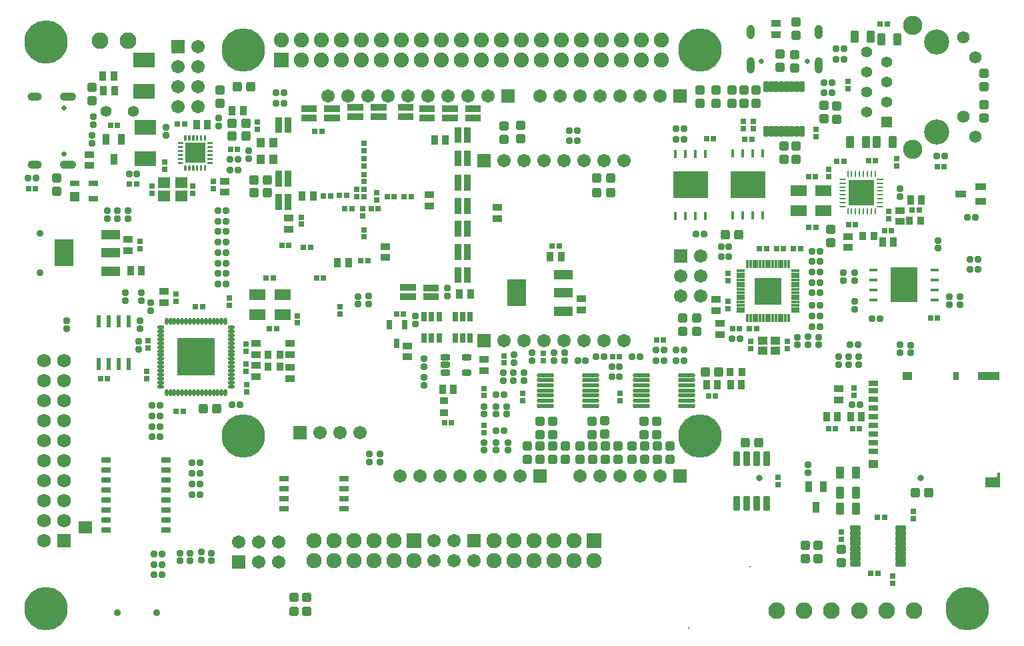
<source format=gbs>
G04*
G04 #@! TF.GenerationSoftware,Altium Limited,Altium Designer,23.11.1 (41)*
G04*
G04 Layer_Color=16711935*
%FSLAX44Y44*%
%MOMM*%
G71*
G04*
G04 #@! TF.SameCoordinates,C7E8D478-9E5C-4E13-ACBB-AA16B9FF6824*
G04*
G04*
G04 #@! TF.FilePolarity,Negative*
G04*
G01*
G75*
%ADD26R,0.8000X1.0000*%
%ADD51R,0.6000X1.5500*%
%ADD66R,0.7600X0.7600*%
%ADD67R,1.1532X0.9532*%
G04:AMPARAMS|DCode=74|XSize=0.8032mm|YSize=0.8032mm|CornerRadius=0.1616mm|HoleSize=0mm|Usage=FLASHONLY|Rotation=90.000|XOffset=0mm|YOffset=0mm|HoleType=Round|Shape=RoundedRectangle|*
%AMROUNDEDRECTD74*
21,1,0.8032,0.4800,0,0,90.0*
21,1,0.4800,0.8032,0,0,90.0*
1,1,0.3232,0.2400,0.2400*
1,1,0.3232,0.2400,-0.2400*
1,1,0.3232,-0.2400,-0.2400*
1,1,0.3232,-0.2400,0.2400*
%
%ADD74ROUNDEDRECTD74*%
%ADD75R,0.9532X1.1532*%
G04:AMPARAMS|DCode=82|XSize=0.8032mm|YSize=0.8032mm|CornerRadius=0.1616mm|HoleSize=0mm|Usage=FLASHONLY|Rotation=180.000|XOffset=0mm|YOffset=0mm|HoleType=Round|Shape=RoundedRectangle|*
%AMROUNDEDRECTD82*
21,1,0.8032,0.4800,0,0,180.0*
21,1,0.4800,0.8032,0,0,180.0*
1,1,0.3232,-0.2400,0.2400*
1,1,0.3232,0.2400,0.2400*
1,1,0.3232,0.2400,-0.2400*
1,1,0.3232,-0.2400,-0.2400*
%
%ADD82ROUNDEDRECTD82*%
%ADD83R,0.8382X1.4732*%
G04:AMPARAMS|DCode=85|XSize=1.2032mm|YSize=1.1032mm|CornerRadius=0.2141mm|HoleSize=0mm|Usage=FLASHONLY|Rotation=0.000|XOffset=0mm|YOffset=0mm|HoleType=Round|Shape=RoundedRectangle|*
%AMROUNDEDRECTD85*
21,1,1.2032,0.6750,0,0,0.0*
21,1,0.7750,1.1032,0,0,0.0*
1,1,0.4282,0.3875,-0.3375*
1,1,0.4282,-0.3875,-0.3375*
1,1,0.4282,-0.3875,0.3375*
1,1,0.4282,0.3875,0.3375*
%
%ADD85ROUNDEDRECTD85*%
%ADD87R,1.7032X1.7032*%
%ADD88C,1.7032*%
%ADD89C,0.9000*%
%ADD90C,0.8032*%
%ADD91C,0.5588*%
%ADD92C,5.5032*%
%ADD93C,1.3900*%
%ADD94C,1.9032*%
%ADD95C,2.1032*%
%ADD96C,1.9304*%
%ADD97C,1.4032*%
%ADD98C,1.7532*%
%ADD99C,1.5700*%
%ADD100R,1.7532X1.7532*%
%ADD101R,1.9032X1.9032*%
%ADD102R,1.8796X1.8796*%
%ADD103C,3.2000*%
%ADD104R,1.3900X1.3900*%
%ADD105C,2.4500*%
G04:AMPARAMS|DCode=106|XSize=1mm|YSize=1.8mm|CornerRadius=0.5mm|HoleSize=0mm|Usage=FLASHONLY|Rotation=180.000|XOffset=0mm|YOffset=0mm|HoleType=Round|Shape=RoundedRectangle|*
%AMROUNDEDRECTD106*
21,1,1.0000,0.8000,0,0,180.0*
21,1,0.0000,1.8000,0,0,180.0*
1,1,1.0000,0.0000,0.4000*
1,1,1.0000,0.0000,0.4000*
1,1,1.0000,0.0000,-0.4000*
1,1,1.0000,0.0000,-0.4000*
%
%ADD106ROUNDEDRECTD106*%
G04:AMPARAMS|DCode=107|XSize=1mm|YSize=2.1mm|CornerRadius=0.5mm|HoleSize=0mm|Usage=FLASHONLY|Rotation=180.000|XOffset=0mm|YOffset=0mm|HoleType=Round|Shape=RoundedRectangle|*
%AMROUNDEDRECTD107*
21,1,1.0000,1.1000,0,0,180.0*
21,1,0.0000,2.1000,0,0,180.0*
1,1,1.0000,0.0000,0.5500*
1,1,1.0000,0.0000,0.5500*
1,1,1.0000,0.0000,-0.5500*
1,1,1.0000,0.0000,-0.5500*
%
%ADD107ROUNDEDRECTD107*%
%ADD108C,0.6500*%
%ADD109R,1.7032X1.7032*%
%ADD110C,0.2032*%
G04:AMPARAMS|DCode=111|XSize=1mm|YSize=2.1mm|CornerRadius=0.5mm|HoleSize=0mm|Usage=FLASHONLY|Rotation=270.000|XOffset=0mm|YOffset=0mm|HoleType=Round|Shape=RoundedRectangle|*
%AMROUNDEDRECTD111*
21,1,1.0000,1.1000,0,0,270.0*
21,1,0.0000,2.1000,0,0,270.0*
1,1,1.0000,-0.5500,0.0000*
1,1,1.0000,-0.5500,0.0000*
1,1,1.0000,0.5500,0.0000*
1,1,1.0000,0.5500,0.0000*
%
%ADD111ROUNDEDRECTD111*%
G04:AMPARAMS|DCode=112|XSize=1mm|YSize=1.8mm|CornerRadius=0.5mm|HoleSize=0mm|Usage=FLASHONLY|Rotation=270.000|XOffset=0mm|YOffset=0mm|HoleType=Round|Shape=RoundedRectangle|*
%AMROUNDEDRECTD112*
21,1,1.0000,0.8000,0,0,270.0*
21,1,0.0000,1.8000,0,0,270.0*
1,1,1.0000,-0.4000,0.0000*
1,1,1.0000,-0.4000,0.0000*
1,1,1.0000,0.4000,0.0000*
1,1,1.0000,0.4000,0.0000*
%
%ADD112ROUNDEDRECTD112*%
%ADD143R,1.2700X0.7600*%
G04:AMPARAMS|DCode=149|XSize=0.8078mm|YSize=0.2393mm|CornerRadius=0.1196mm|HoleSize=0mm|Usage=FLASHONLY|Rotation=180.000|XOffset=0mm|YOffset=0mm|HoleType=Round|Shape=RoundedRectangle|*
%AMROUNDEDRECTD149*
21,1,0.8078,0.0000,0,0,180.0*
21,1,0.5686,0.2393,0,0,180.0*
1,1,0.2393,-0.2843,0.0000*
1,1,0.2393,0.2843,0.0000*
1,1,0.2393,0.2843,0.0000*
1,1,0.2393,-0.2843,0.0000*
%
%ADD149ROUNDEDRECTD149*%
G04:AMPARAMS|DCode=150|XSize=0.2393mm|YSize=0.8078mm|CornerRadius=0.1196mm|HoleSize=0mm|Usage=FLASHONLY|Rotation=180.000|XOffset=0mm|YOffset=0mm|HoleType=Round|Shape=RoundedRectangle|*
%AMROUNDEDRECTD150*
21,1,0.2393,0.5686,0,0,180.0*
21,1,0.0000,0.8078,0,0,180.0*
1,1,0.2393,0.0000,0.2843*
1,1,0.2393,0.0000,0.2843*
1,1,0.2393,0.0000,-0.2843*
1,1,0.2393,0.0000,-0.2843*
%
%ADD150ROUNDEDRECTD150*%
%ADD151R,3.2000X3.2000*%
%ADD152R,4.4000X3.5000*%
G04:AMPARAMS|DCode=153|XSize=1.0611mm|YSize=0.3925mm|CornerRadius=0.1962mm|HoleSize=0mm|Usage=FLASHONLY|Rotation=90.000|XOffset=0mm|YOffset=0mm|HoleType=Round|Shape=RoundedRectangle|*
%AMROUNDEDRECTD153*
21,1,1.0611,0.0000,0,0,90.0*
21,1,0.6686,0.3925,0,0,90.0*
1,1,0.3925,0.0000,0.3343*
1,1,0.3925,0.0000,-0.3343*
1,1,0.3925,0.0000,-0.3343*
1,1,0.3925,0.0000,0.3343*
%
%ADD153ROUNDEDRECTD153*%
%ADD154R,3.5000X4.4000*%
G04:AMPARAMS|DCode=155|XSize=1.0611mm|YSize=0.3925mm|CornerRadius=0.1962mm|HoleSize=0mm|Usage=FLASHONLY|Rotation=0.000|XOffset=0mm|YOffset=0mm|HoleType=Round|Shape=RoundedRectangle|*
%AMROUNDEDRECTD155*
21,1,1.0611,0.0000,0,0,0.0*
21,1,0.6686,0.3925,0,0,0.0*
1,1,0.3925,0.3343,0.0000*
1,1,0.3925,-0.3343,0.0000*
1,1,0.3925,-0.3343,0.0000*
1,1,0.3925,0.3343,0.0000*
%
%ADD155ROUNDEDRECTD155*%
%ADD156R,2.8000X1.0000*%
%ADD157R,1.2000X1.0000*%
%ADD161C,1.1447*%
%ADD162R,1.2000X0.7000*%
%ADD166R,1.1000X1.3000*%
%ADD167R,2.5000X2.5000*%
%ADD176R,0.3925X1.0611*%
%ADD177R,1.0611X0.3925*%
%ADD178R,0.8078X0.2393*%
%ADD179C,0.2520*%
%ADD185R,1.8000X1.6000*%
%ADD186R,2.1032X1.4032*%
G04:AMPARAMS|DCode=187|XSize=1.2032mm|YSize=1.1032mm|CornerRadius=0.2141mm|HoleSize=0mm|Usage=FLASHONLY|Rotation=90.000|XOffset=0mm|YOffset=0mm|HoleType=Round|Shape=RoundedRectangle|*
%AMROUNDEDRECTD187*
21,1,1.2032,0.6750,0,0,90.0*
21,1,0.7750,1.1032,0,0,90.0*
1,1,0.4282,0.3375,0.3875*
1,1,0.4282,0.3375,-0.3875*
1,1,0.4282,-0.3375,-0.3875*
1,1,0.4282,-0.3375,0.3875*
%
%ADD187ROUNDEDRECTD187*%
%ADD188R,0.5032X0.8532*%
%ADD189R,0.7600X0.7600*%
G04:AMPARAMS|DCode=190|XSize=0.6032mm|YSize=1.4032mm|CornerRadius=0.1516mm|HoleSize=0mm|Usage=FLASHONLY|Rotation=90.000|XOffset=0mm|YOffset=0mm|HoleType=Round|Shape=RoundedRectangle|*
%AMROUNDEDRECTD190*
21,1,0.6032,1.1000,0,0,90.0*
21,1,0.3000,1.4032,0,0,90.0*
1,1,0.3032,0.5500,0.1500*
1,1,0.3032,0.5500,-0.1500*
1,1,0.3032,-0.5500,-0.1500*
1,1,0.3032,-0.5500,0.1500*
%
%ADD190ROUNDEDRECTD190*%
G04:AMPARAMS|DCode=191|XSize=1.5032mm|YSize=1.0032mm|CornerRadius=0.2016mm|HoleSize=0mm|Usage=FLASHONLY|Rotation=90.000|XOffset=0mm|YOffset=0mm|HoleType=Round|Shape=RoundedRectangle|*
%AMROUNDEDRECTD191*
21,1,1.5032,0.6000,0,0,90.0*
21,1,1.1000,1.0032,0,0,90.0*
1,1,0.4032,0.3000,0.5500*
1,1,0.4032,0.3000,-0.5500*
1,1,0.4032,-0.3000,-0.5500*
1,1,0.4032,-0.3000,0.5500*
%
%ADD191ROUNDEDRECTD191*%
%ADD192R,0.8032X1.2032*%
G04:AMPARAMS|DCode=193|XSize=1.2532mm|YSize=0.8032mm|CornerRadius=0.2516mm|HoleSize=0mm|Usage=FLASHONLY|Rotation=180.000|XOffset=0mm|YOffset=0mm|HoleType=Round|Shape=RoundedRectangle|*
%AMROUNDEDRECTD193*
21,1,1.2532,0.3000,0,0,180.0*
21,1,0.7500,0.8032,0,0,180.0*
1,1,0.5032,-0.3750,0.1500*
1,1,0.5032,0.3750,0.1500*
1,1,0.5032,0.3750,-0.1500*
1,1,0.5032,-0.3750,-0.1500*
%
%ADD193ROUNDEDRECTD193*%
%ADD194O,2.2032X0.5532*%
G04:AMPARAMS|DCode=195|XSize=0.6032mm|YSize=1.4032mm|CornerRadius=0.1516mm|HoleSize=0mm|Usage=FLASHONLY|Rotation=180.000|XOffset=0mm|YOffset=0mm|HoleType=Round|Shape=RoundedRectangle|*
%AMROUNDEDRECTD195*
21,1,0.6032,1.1000,0,0,180.0*
21,1,0.3000,1.4032,0,0,180.0*
1,1,0.3032,-0.1500,0.5500*
1,1,0.3032,0.1500,0.5500*
1,1,0.3032,0.1500,-0.5500*
1,1,0.3032,-0.1500,-0.5500*
%
%ADD195ROUNDEDRECTD195*%
%ADD196R,1.4032X0.8532*%
%ADD197R,3.4032X3.4032*%
%ADD198R,0.4032X1.0532*%
%ADD199R,1.1532X1.0032*%
%ADD200R,0.8532X1.4032*%
%ADD201R,2.3532X1.2032*%
G04:AMPARAMS|DCode=202|XSize=0.8532mm|YSize=1.8532mm|CornerRadius=0.1504mm|HoleSize=0mm|Usage=FLASHONLY|Rotation=0.000|XOffset=0mm|YOffset=0mm|HoleType=Round|Shape=RoundedRectangle|*
%AMROUNDEDRECTD202*
21,1,0.8532,1.5525,0,0,0.0*
21,1,0.5525,1.8532,0,0,0.0*
1,1,0.3007,0.2763,-0.7763*
1,1,0.3007,-0.2763,-0.7763*
1,1,0.3007,-0.2763,0.7763*
1,1,0.3007,0.2763,0.7763*
%
%ADD202ROUNDEDRECTD202*%
%ADD203R,1.6032X1.4032*%
%ADD204R,1.2032X1.2032*%
%ADD205O,0.9532X0.4532*%
%ADD206R,4.7032X4.7032*%
%ADD207O,0.4532X0.9532*%
%ADD208R,0.8532X0.5032*%
%ADD209R,0.8432X1.1232*%
%ADD210R,2.3532X3.4532*%
%ADD211R,1.0532X0.4032*%
%ADD212R,2.7032X1.9032*%
%ADD213R,1.2032X0.8032*%
%ADD214R,1.1232X0.8432*%
G36*
X633280Y887807D02*
X633674Y887413D01*
X633887Y886898D01*
Y886620D01*
Y886341D01*
X633674Y885827D01*
X633280Y885433D01*
X632766Y885220D01*
X626987D01*
Y888020D01*
X632766D01*
X633280Y887807D01*
D02*
G37*
G36*
X632487Y893020D02*
X632766D01*
X633280Y892807D01*
X633674Y892413D01*
X633887Y891898D01*
Y891620D01*
Y891341D01*
X633674Y890827D01*
X633280Y890433D01*
X632766Y890220D01*
X626987D01*
Y893020D01*
X632487D01*
Y893020D01*
D02*
G37*
G36*
X633280Y897807D02*
X633674Y897413D01*
X633887Y896898D01*
Y896620D01*
Y896341D01*
X633674Y895827D01*
X633280Y895433D01*
X632766Y895220D01*
X626987D01*
Y898020D01*
X632766D01*
X633280Y897807D01*
D02*
G37*
G36*
X637556Y883532D02*
X637949Y883138D01*
X638162Y882624D01*
Y882345D01*
Y876845D01*
X635363D01*
Y882345D01*
Y882624D01*
X635576Y883138D01*
X635970Y883532D01*
X636484Y883745D01*
X637041D01*
X637556Y883532D01*
D02*
G37*
G36*
X642555D02*
X642949Y883138D01*
X643163Y882624D01*
Y882345D01*
X643163Y876845D01*
X640362D01*
Y882345D01*
Y882624D01*
X640576Y883138D01*
X640969Y883532D01*
X641484Y883745D01*
X642041D01*
X642555Y883532D01*
D02*
G37*
G36*
X647556D02*
X647949Y883138D01*
X648163Y882624D01*
Y882345D01*
Y876845D01*
X645362D01*
Y882345D01*
Y882624D01*
X645576Y883138D01*
X645969Y883532D01*
X646484Y883745D01*
X647041D01*
X647556Y883532D01*
D02*
G37*
G36*
X633280Y902807D02*
X633674Y902413D01*
X633887Y901898D01*
Y901620D01*
Y901341D01*
X633674Y900827D01*
X633280Y900433D01*
X632766Y900220D01*
X626987D01*
Y903020D01*
X632766D01*
X633280Y902807D01*
D02*
G37*
G36*
Y907807D02*
X633674Y907413D01*
X633887Y906898D01*
Y906620D01*
Y906341D01*
X633674Y905827D01*
X633280Y905433D01*
X632766Y905220D01*
X632487D01*
X626987Y905220D01*
Y908020D01*
X632766D01*
X633280Y907807D01*
D02*
G37*
G36*
Y912807D02*
X633674Y912413D01*
X633887Y911898D01*
Y911620D01*
Y911341D01*
X633674Y910827D01*
X633280Y910433D01*
X632766Y910220D01*
X626987D01*
Y913020D01*
X632766D01*
X633280Y912807D01*
D02*
G37*
G36*
X638162Y915895D02*
Y915617D01*
X637949Y915102D01*
X637556Y914708D01*
X637041Y914495D01*
X636484D01*
X635970Y914708D01*
X635576Y915102D01*
X635363Y915617D01*
Y915895D01*
Y921395D01*
X638162D01*
Y915895D01*
D02*
G37*
G36*
X643163D02*
X643163D01*
Y915617D01*
X642949Y915102D01*
X642555Y914708D01*
X642041Y914495D01*
X641484D01*
X640969Y914708D01*
X640576Y915102D01*
X640362Y915617D01*
Y915895D01*
Y921395D01*
X643163D01*
Y915895D01*
D02*
G37*
G36*
X648163D02*
Y915617D01*
X647949Y915102D01*
X647556Y914708D01*
X647041Y914495D01*
X646484D01*
X645969Y914708D01*
X645576Y915102D01*
X645362Y915617D01*
Y915895D01*
Y921395D01*
X648163D01*
Y915895D01*
D02*
G37*
G36*
X663163D02*
Y915617D01*
X662949Y915102D01*
X662555Y914708D01*
X662041Y914495D01*
X661484D01*
X660969Y914708D01*
X660576Y915102D01*
X660362Y915617D01*
Y915895D01*
Y921395D01*
X663163D01*
Y915895D01*
D02*
G37*
G36*
X658163D02*
Y915617D01*
X657949Y915102D01*
X657556Y914708D01*
X657041Y914495D01*
X656484D01*
X655969Y914708D01*
X655576Y915102D01*
X655362Y915617D01*
Y915895D01*
X655362Y921395D01*
X658163D01*
Y915895D01*
D02*
G37*
G36*
X653163D02*
Y915617D01*
X652949Y915102D01*
X652555Y914708D01*
X652041Y914495D01*
X651484D01*
X650969Y914708D01*
X650576Y915102D01*
X650362Y915617D01*
Y915895D01*
Y921395D01*
X653163D01*
Y915895D01*
D02*
G37*
G36*
X671537Y910220D02*
X665759D01*
X665245Y910433D01*
X664851Y910827D01*
X664638Y911341D01*
Y911620D01*
Y911898D01*
X664851Y912413D01*
X665245Y912807D01*
X665759Y913020D01*
X671537D01*
Y910220D01*
D02*
G37*
G36*
Y905220D02*
X666038D01*
Y905220D01*
X665759D01*
X665245Y905433D01*
X664851Y905827D01*
X664638Y906341D01*
Y906620D01*
Y906898D01*
X664851Y907413D01*
X665245Y907807D01*
X665759Y908020D01*
X671537D01*
Y905220D01*
D02*
G37*
G36*
Y900220D02*
X665759D01*
X665245Y900433D01*
X664851Y900827D01*
X664638Y901341D01*
Y901620D01*
Y901898D01*
X664851Y902413D01*
X665245Y902807D01*
X665759Y903020D01*
X671537D01*
Y900220D01*
D02*
G37*
G36*
Y895220D02*
X665759D01*
X665245Y895433D01*
X664851Y895827D01*
X664638Y896341D01*
Y896620D01*
Y896898D01*
X664851Y897413D01*
X665245Y897807D01*
X665759Y898020D01*
X671537D01*
Y895220D01*
D02*
G37*
G36*
Y890220D02*
X665759D01*
X665245Y890433D01*
X664851Y890827D01*
X664638Y891341D01*
Y891620D01*
Y891898D01*
X664851Y892413D01*
X665245Y892807D01*
X665759Y893020D01*
X666038D01*
X671537Y893020D01*
Y890220D01*
D02*
G37*
G36*
Y885220D02*
X665759D01*
X665245Y885433D01*
X664851Y885827D01*
X664638Y886341D01*
Y886620D01*
Y886898D01*
X664851Y887413D01*
X665245Y887807D01*
X665759Y888020D01*
X671537D01*
Y885220D01*
D02*
G37*
G36*
X662555Y883532D02*
X662949Y883138D01*
X663163Y882624D01*
Y882345D01*
Y876845D01*
X660362D01*
Y882345D01*
Y882624D01*
X660576Y883138D01*
X660969Y883532D01*
X661484Y883745D01*
X662041D01*
X662555Y883532D01*
D02*
G37*
G36*
X657556D02*
X657949Y883138D01*
X658163Y882624D01*
Y882345D01*
Y876845D01*
X655362D01*
Y882345D01*
X655362D01*
Y882624D01*
X655576Y883138D01*
X655969Y883532D01*
X656484Y883745D01*
X657041D01*
X657556Y883532D01*
D02*
G37*
G36*
X652555D02*
X652949Y883138D01*
X653163Y882624D01*
Y882345D01*
Y876845D01*
X650362D01*
Y882345D01*
Y882624D01*
X650576Y883138D01*
X650969Y883532D01*
X651484Y883745D01*
X652041D01*
X652555Y883532D01*
D02*
G37*
G36*
X1671350Y474346D02*
X1652350D01*
Y487346D01*
X1666350D01*
X1667850Y488846D01*
Y492846D01*
X1671350D01*
Y474346D01*
D02*
G37*
D26*
X1615850Y615846D02*
D03*
D51*
X527050Y684860D02*
D03*
X539750D02*
D03*
X552450D02*
D03*
X565150D02*
D03*
X552450Y630860D02*
D03*
X527050D02*
D03*
X539750D02*
D03*
X565150D02*
D03*
D66*
X1470000Y417600D02*
D03*
Y408400D02*
D03*
X1540000Y891600D02*
D03*
Y882400D02*
D03*
X1453725Y869139D02*
D03*
Y878339D02*
D03*
X728000Y938600D02*
D03*
Y929400D02*
D03*
X864000Y862730D02*
D03*
Y871930D02*
D03*
Y843400D02*
D03*
Y852600D02*
D03*
X854000Y843400D02*
D03*
Y852600D02*
D03*
X861963Y819360D02*
D03*
Y828560D02*
D03*
X1065324Y584600D02*
D03*
X1188720Y584680D02*
D03*
X1478280Y990120D02*
D03*
X1437640Y929160D02*
D03*
X1357652Y939320D02*
D03*
X1345473D02*
D03*
X1530350Y825020D02*
D03*
X880000Y839400D02*
D03*
X1485900Y600776D02*
D03*
X1401587Y659920D02*
D03*
X1354370Y650720D02*
D03*
X1561000Y443600D02*
D03*
X1535000Y352400D02*
D03*
X1389380Y478000D02*
D03*
X1325880Y737080D02*
D03*
Y701520D02*
D03*
X864000Y902400D02*
D03*
Y891600D02*
D03*
Y801600D02*
D03*
X784000Y808480D02*
D03*
X610870Y878050D02*
D03*
X672467Y853534D02*
D03*
X646430Y856770D02*
D03*
X594795Y847570D02*
D03*
X579000Y786600D02*
D03*
X833000Y704200D02*
D03*
X779331Y683177D02*
D03*
X693000Y714600D02*
D03*
X714000Y647400D02*
D03*
Y622000D02*
D03*
X715000Y595800D02*
D03*
X625000Y719600D02*
D03*
X589000Y660600D02*
D03*
X588000Y612400D02*
D03*
X1485900Y591576D02*
D03*
X1530350Y815820D02*
D03*
X1478280Y980920D02*
D03*
X693000Y705400D02*
D03*
X589000Y651400D02*
D03*
X715000Y605000D02*
D03*
X588000Y621600D02*
D03*
X1016000Y544196D02*
D03*
X784000Y817679D02*
D03*
X880000Y848600D02*
D03*
X1016000Y590945D02*
D03*
X1091578Y635480D02*
D03*
X1041400Y641585D02*
D03*
X625000Y710400D02*
D03*
X864000Y792400D02*
D03*
Y911600D02*
D03*
Y882400D02*
D03*
X1389380Y487200D02*
D03*
X1325880Y710720D02*
D03*
Y746280D02*
D03*
X1016000Y553396D02*
D03*
X1091578Y644680D02*
D03*
X1016000Y600144D02*
D03*
X1041400Y632385D02*
D03*
X779331Y692377D02*
D03*
X1401587Y650720D02*
D03*
X1354370Y659920D02*
D03*
X833000Y695000D02*
D03*
X1345473Y930120D02*
D03*
X1357652D02*
D03*
X1437640Y919960D02*
D03*
X579000Y777400D02*
D03*
X1561000Y434400D02*
D03*
X1535000Y361600D02*
D03*
X1065324Y593800D02*
D03*
X1188720Y593880D02*
D03*
X714000Y656600D02*
D03*
Y631200D02*
D03*
X646430Y847570D02*
D03*
X594795Y856770D02*
D03*
X610870Y887250D02*
D03*
X672467Y862735D02*
D03*
D67*
X1016000Y636920D02*
D03*
X919000Y640000D02*
D03*
X1386840Y1049640D02*
D03*
X1544320Y826150D02*
D03*
X947000Y846000D02*
D03*
X1033000Y830000D02*
D03*
X1478280Y779130D02*
D03*
X1466850Y599578D02*
D03*
X890730Y766290D02*
D03*
X1310640Y699120D02*
D03*
X1315720Y668640D02*
D03*
X1140000Y714000D02*
D03*
X768000Y802482D02*
D03*
X514682Y883270D02*
D03*
X686816Y849488D02*
D03*
X564000Y789000D02*
D03*
X769620Y657240D02*
D03*
X726440Y615300D02*
D03*
Y643240D02*
D03*
X769620Y612760D02*
D03*
X610000Y723000D02*
D03*
X1466850Y585578D02*
D03*
X1544320Y812150D02*
D03*
X947000Y832000D02*
D03*
X1478280Y793130D02*
D03*
X768000Y816481D02*
D03*
X1033000Y816000D02*
D03*
X769620Y626760D02*
D03*
Y643240D02*
D03*
X1140000Y700000D02*
D03*
X1310640Y713120D02*
D03*
X890730Y780290D02*
D03*
X919000Y654000D02*
D03*
X1315720Y682640D02*
D03*
X1386840Y1063640D02*
D03*
X564000Y775000D02*
D03*
X1016000Y622920D02*
D03*
X610000Y709000D02*
D03*
X726440Y657240D02*
D03*
Y629300D02*
D03*
X686816Y863488D02*
D03*
X514682Y897270D02*
D03*
D74*
X1633000Y751000D02*
D03*
X1643000D02*
D03*
X1124590Y927689D02*
D03*
X1134590D02*
D03*
Y914400D02*
D03*
X1124590D02*
D03*
X1178165Y627968D02*
D03*
X1158320Y640080D02*
D03*
X1269920Y635351D02*
D03*
Y648639D02*
D03*
X1473120Y1017952D02*
D03*
X1601000Y895000D02*
D03*
X703500Y877392D02*
D03*
X565230Y872364D02*
D03*
X447000Y867000D02*
D03*
X1643000Y764000D02*
D03*
X1633000D02*
D03*
X1640000Y817000D02*
D03*
X1630000D02*
D03*
X688345Y732766D02*
D03*
X678345D02*
D03*
Y746055D02*
D03*
X688345D02*
D03*
X678345Y759343D02*
D03*
X688345D02*
D03*
X678345Y772632D02*
D03*
X688345D02*
D03*
X678505Y785920D02*
D03*
X688505D02*
D03*
X678345Y799209D02*
D03*
X688345D02*
D03*
X678345Y812497D02*
D03*
X688345D02*
D03*
X678345Y825786D02*
D03*
X688345D02*
D03*
X604440Y578399D02*
D03*
X594440D02*
D03*
X604440Y565110D02*
D03*
X594440D02*
D03*
X604440Y551768D02*
D03*
X594440D02*
D03*
X604440Y538480D02*
D03*
X594440D02*
D03*
X655320Y505460D02*
D03*
X645320D02*
D03*
X655240Y492172D02*
D03*
X645240D02*
D03*
X655320Y478883D02*
D03*
X645320D02*
D03*
X655240Y464820D02*
D03*
X645240D02*
D03*
X607060Y363220D02*
D03*
X597060D02*
D03*
X606980Y376508D02*
D03*
X596980D02*
D03*
X606980Y389797D02*
D03*
X596980D02*
D03*
X1490900Y656035D02*
D03*
X1480900D02*
D03*
X1493440Y579120D02*
D03*
X1483440D02*
D03*
X1591000Y895000D02*
D03*
X1168320Y640080D02*
D03*
X1442640Y761226D02*
D03*
X1432640D02*
D03*
X703500Y890680D02*
D03*
X693500D02*
D03*
X1518840Y688366D02*
D03*
X1442640Y692057D02*
D03*
X1285320Y796306D02*
D03*
X1259920Y929640D02*
D03*
Y916234D02*
D03*
X751920Y962072D02*
D03*
X1331040Y662906D02*
D03*
X1031320Y546810D02*
D03*
X1234520Y648639D02*
D03*
X1031320Y592530D02*
D03*
X1442640Y678768D02*
D03*
X1259920Y648639D02*
D03*
X1204040Y640351D02*
D03*
X1508840Y688366D02*
D03*
X1341040Y662906D02*
D03*
X761920Y975360D02*
D03*
X751920D02*
D03*
X761920Y962072D02*
D03*
X1317070Y780368D02*
D03*
X1327070D02*
D03*
X1442640Y774514D02*
D03*
X1432640D02*
D03*
X1317150Y767080D02*
D03*
X1327150D02*
D03*
X1442640Y747937D02*
D03*
X1432640D02*
D03*
X1442560Y734649D02*
D03*
X1432560D02*
D03*
X1269920Y916234D02*
D03*
X1442560Y721360D02*
D03*
X1432560D02*
D03*
X1442640Y705346D02*
D03*
X1432640D02*
D03*
X1269920Y929640D02*
D03*
X1432640Y692057D02*
D03*
X1295320Y796306D02*
D03*
X1432640Y678768D02*
D03*
X1473120Y1031240D02*
D03*
X1463120D02*
D03*
Y1017952D02*
D03*
X1447880Y975360D02*
D03*
X1457880D02*
D03*
X1447880Y988649D02*
D03*
X1457880D02*
D03*
X1244520Y648639D02*
D03*
X1234600Y635351D02*
D03*
X1244600D02*
D03*
X1259920D02*
D03*
X1214040Y640351D02*
D03*
X1145031Y635472D02*
D03*
X1135032D02*
D03*
X1178165Y614680D02*
D03*
X1188165D02*
D03*
Y627968D02*
D03*
X1041320Y546810D02*
D03*
Y592530D02*
D03*
X696040Y579120D02*
D03*
X706040D02*
D03*
X575230Y872364D02*
D03*
X693500Y877392D02*
D03*
X437000Y867000D02*
D03*
D75*
X798958Y844836D02*
D03*
X784958D02*
D03*
X977280Y598869D02*
D03*
X1312645Y604496D02*
D03*
X1557640Y839470D02*
D03*
X967120Y915670D02*
D03*
X1536080Y785760D02*
D03*
X1343040Y604496D02*
D03*
X1481440Y563880D02*
D03*
X1450960D02*
D03*
X1114000Y767000D02*
D03*
X998870Y719563D02*
D03*
X710100Y953180D02*
D03*
X664860Y934720D02*
D03*
X532100Y996950D02*
D03*
X532750Y977900D02*
D03*
X829921Y760000D02*
D03*
X581000Y750000D02*
D03*
X1571640Y839470D02*
D03*
X1522080Y785760D02*
D03*
X1100000Y767000D02*
D03*
X843921Y760000D02*
D03*
X984870Y719563D02*
D03*
X1464960Y563880D02*
D03*
X1495440D02*
D03*
X953120Y915670D02*
D03*
X567000Y750000D02*
D03*
X1329040Y604496D02*
D03*
X1298645Y604496D02*
D03*
X963280Y598869D02*
D03*
X696100Y953180D02*
D03*
X650860Y934720D02*
D03*
X546100Y996950D02*
D03*
X546750Y977900D02*
D03*
D82*
X1593000Y778000D02*
D03*
Y788000D02*
D03*
X593000Y699000D02*
D03*
Y709000D02*
D03*
X929000Y692000D02*
D03*
Y682000D02*
D03*
X940000Y604000D02*
D03*
X1031240Y521490D02*
D03*
X1016000D02*
D03*
X1031240Y567210D02*
D03*
X1016000Y567290D02*
D03*
X1053512Y609680D02*
D03*
X1040223D02*
D03*
X1118188Y635472D02*
D03*
X1076960D02*
D03*
X1544320Y843360D02*
D03*
X1427480Y502840D02*
D03*
X716788Y901907D02*
D03*
X520000Y945000D02*
D03*
X486000Y676000D02*
D03*
Y686000D02*
D03*
X560796Y721608D02*
D03*
X560796Y711608D02*
D03*
X580810Y711280D02*
D03*
Y721280D02*
D03*
X550592Y825565D02*
D03*
Y815565D02*
D03*
X563880Y825420D02*
D03*
Y815420D02*
D03*
X537303Y825565D02*
D03*
Y815565D02*
D03*
X969556Y717630D02*
D03*
Y727630D02*
D03*
X884000Y517000D02*
D03*
Y507000D02*
D03*
X870000Y517000D02*
D03*
Y507000D02*
D03*
X579120Y675720D02*
D03*
Y685720D02*
D03*
X1466850Y640000D02*
D03*
Y630000D02*
D03*
X1479550Y640000D02*
D03*
Y630000D02*
D03*
X1492250Y640000D02*
D03*
Y630000D02*
D03*
X1544320Y655240D02*
D03*
Y645240D02*
D03*
X1558290Y645160D02*
D03*
Y655160D02*
D03*
X1544320Y853360D02*
D03*
X630000Y391000D02*
D03*
Y381000D02*
D03*
X643000Y391000D02*
D03*
Y381000D02*
D03*
X657000Y392000D02*
D03*
Y382000D02*
D03*
X670000Y381000D02*
D03*
Y391000D02*
D03*
X1487186Y710263D02*
D03*
Y700263D02*
D03*
X716788Y891907D02*
D03*
X1016000Y531490D02*
D03*
X1487170Y746680D02*
D03*
X1016000Y577290D02*
D03*
X1104900Y635472D02*
D03*
X869259Y717062D02*
D03*
X855971Y716982D02*
D03*
X1054134Y642969D02*
D03*
X1607114Y706200D02*
D03*
X1472635Y746765D02*
D03*
X1414321Y655320D02*
D03*
X1076960Y645472D02*
D03*
X1620520Y706200D02*
D03*
X1440898Y655320D02*
D03*
X1040223Y619680D02*
D03*
X1427609Y655480D02*
D03*
X940000Y614000D02*
D03*
X1427480Y492840D02*
D03*
X855971Y706982D02*
D03*
X869259Y707062D02*
D03*
X1472635Y736765D02*
D03*
X1487170Y736680D02*
D03*
X1620520Y716200D02*
D03*
X1607114D02*
D03*
X1414321Y665320D02*
D03*
X1440898D02*
D03*
X1427609Y665480D02*
D03*
X1118188Y645472D02*
D03*
X1104900D02*
D03*
X1066800Y619680D02*
D03*
Y609680D02*
D03*
X1054134Y632969D02*
D03*
X1031240Y577210D02*
D03*
X1053512Y619680D02*
D03*
X1044529Y567210D02*
D03*
Y577210D02*
D03*
X1031240Y531490D02*
D03*
X1046480Y521490D02*
D03*
Y531490D02*
D03*
X940000Y638000D02*
D03*
Y628000D02*
D03*
X577810Y650105D02*
D03*
Y660105D02*
D03*
X679450Y933610D02*
D03*
Y943610D02*
D03*
X612024Y921869D02*
D03*
Y931869D02*
D03*
X520000Y935000D02*
D03*
X517821Y911174D02*
D03*
Y921173D02*
D03*
D83*
X514119Y424000D02*
D03*
X505881D02*
D03*
D85*
X1041000Y916500D02*
D03*
Y933500D02*
D03*
X1063000Y917000D02*
D03*
Y934000D02*
D03*
X1087200Y558679D02*
D03*
X1103219D02*
D03*
X1153240D02*
D03*
X1169258Y558800D02*
D03*
X1219200Y558679D02*
D03*
X1235219D02*
D03*
X1463819Y958460D02*
D03*
X1412240Y1048140D02*
D03*
X1410415Y1024040D02*
D03*
X1391920Y1024500D02*
D03*
X1330960Y961780D02*
D03*
X680832Y978780D02*
D03*
X518000Y982500D02*
D03*
X473710Y850020D02*
D03*
X1268000Y689500D02*
D03*
Y672500D02*
D03*
X1651000Y960500D02*
D03*
Y943500D02*
D03*
Y1000500D02*
D03*
Y983500D02*
D03*
X1456690Y802250D02*
D03*
Y785250D02*
D03*
X1286000Y689500D02*
D03*
Y672500D02*
D03*
X680832Y961780D02*
D03*
X1138000Y526660D02*
D03*
X1203960D02*
D03*
X1119237D02*
D03*
X1186056D02*
D03*
X774700Y317382D02*
D03*
X1424161Y383930D02*
D03*
X791090Y317382D02*
D03*
X1470000Y378500D02*
D03*
X1440180Y383930D02*
D03*
X1252016Y526660D02*
D03*
X1087200D02*
D03*
X1440180Y400930D02*
D03*
X1290320Y978780D02*
D03*
Y961780D02*
D03*
X1447800Y959731D02*
D03*
Y942730D02*
D03*
X1463819Y941460D02*
D03*
X1361440Y978780D02*
D03*
Y961780D02*
D03*
X1412240Y1065140D02*
D03*
X1310640Y961780D02*
D03*
Y978780D02*
D03*
X1410415Y1007040D02*
D03*
X1397000Y890660D02*
D03*
Y907660D02*
D03*
X1391920Y1007500D02*
D03*
X1330960Y978780D02*
D03*
X1412240Y890660D02*
D03*
Y907660D02*
D03*
X1346200Y978780D02*
D03*
Y961780D02*
D03*
X1235219Y541679D02*
D03*
X1219200D02*
D03*
X1219979Y509660D02*
D03*
Y526660D02*
D03*
X1235997Y509660D02*
D03*
Y526660D02*
D03*
X1203960Y509660D02*
D03*
X1252016D02*
D03*
X1470000Y395500D02*
D03*
X1087200Y541679D02*
D03*
X1103219D02*
D03*
X1169258Y541800D02*
D03*
X1153240Y541679D02*
D03*
X1087200Y509660D02*
D03*
X1103219D02*
D03*
Y526660D02*
D03*
X1170037Y509660D02*
D03*
Y526660D02*
D03*
X1154018Y509660D02*
D03*
Y526660D02*
D03*
X1138000Y509660D02*
D03*
X1186056D02*
D03*
X1071181D02*
D03*
Y526660D02*
D03*
X1119237Y509660D02*
D03*
X791090Y334382D02*
D03*
X1424161Y400930D02*
D03*
X774700Y334382D02*
D03*
X518000Y965500D02*
D03*
X473710Y867020D02*
D03*
D87*
X1086800Y489200D02*
D03*
X782320Y543560D02*
D03*
X704850Y379730D02*
D03*
X1046160Y971800D02*
D03*
X1264600Y489200D02*
D03*
X1016000Y889000D02*
D03*
X1003300Y406400D02*
D03*
X1264600Y971800D02*
D03*
X1016000Y660400D02*
D03*
D88*
X1010600Y489200D02*
D03*
X909000D02*
D03*
X934400D02*
D03*
X985200D02*
D03*
X959800D02*
D03*
X1036000D02*
D03*
X1061400D02*
D03*
X1193800Y889000D02*
D03*
X893760Y971800D02*
D03*
X1291400Y717300D02*
D03*
X1193800Y660400D02*
D03*
X858520Y543560D02*
D03*
X755650Y405130D02*
D03*
X652780Y1033780D02*
D03*
X755650Y379730D02*
D03*
X652780Y1008380D02*
D03*
Y982980D02*
D03*
X1168400Y660400D02*
D03*
X1291400Y768100D02*
D03*
X704850Y405130D02*
D03*
X730250Y379730D02*
D03*
X652780Y957580D02*
D03*
X730250Y405130D02*
D03*
X995360Y971800D02*
D03*
X817560D02*
D03*
X842960D02*
D03*
X868360D02*
D03*
X919160D02*
D03*
X944560D02*
D03*
X969960D02*
D03*
X1020760D02*
D03*
X1239200Y489200D02*
D03*
X1213800D02*
D03*
X1188400D02*
D03*
X1163000D02*
D03*
X1137600D02*
D03*
X1266000Y717300D02*
D03*
X1291400Y742700D02*
D03*
X1266000D02*
D03*
X627380Y957580D02*
D03*
Y982980D02*
D03*
Y1008380D02*
D03*
X1168400Y889000D02*
D03*
X1143000D02*
D03*
X1117600D02*
D03*
X1092200D02*
D03*
X1066800D02*
D03*
X1041400D02*
D03*
X952500Y381000D02*
D03*
X977900D02*
D03*
X1003300D02*
D03*
X952500Y406400D02*
D03*
X977900D02*
D03*
X833120Y543560D02*
D03*
X807720D02*
D03*
X1086800Y971800D02*
D03*
X1112200D02*
D03*
X1137600D02*
D03*
X1163000D02*
D03*
X1188400D02*
D03*
X1213800D02*
D03*
X1239200D02*
D03*
X1041400Y660400D02*
D03*
X1066800D02*
D03*
X1092200D02*
D03*
X1117600D02*
D03*
X1143000D02*
D03*
D89*
X452000Y747000D02*
D03*
Y797000D02*
D03*
X600000Y315000D02*
D03*
X550000D02*
D03*
D90*
X1570501Y486002D02*
D03*
X1366000D02*
D03*
D91*
X1290000Y519119D02*
D03*
X1275235Y525235D02*
D03*
X1269119Y540000D02*
D03*
X1275235Y554765D02*
D03*
X1290000Y560881D02*
D03*
X1304765Y554765D02*
D03*
X1310881Y540000D02*
D03*
X1304765Y525235D02*
D03*
X724765D02*
D03*
X730881Y540000D02*
D03*
X724765Y554765D02*
D03*
X710000Y560881D02*
D03*
X695235Y554765D02*
D03*
X689119Y540000D02*
D03*
X695235Y525235D02*
D03*
X710000Y519119D02*
D03*
Y1009119D02*
D03*
X695235Y1015235D02*
D03*
X689119Y1030000D02*
D03*
X695235Y1044765D02*
D03*
X710000Y1050881D02*
D03*
X724765Y1044765D02*
D03*
X730881Y1030000D02*
D03*
X724765Y1015235D02*
D03*
X1304765D02*
D03*
X1310881Y1030000D02*
D03*
X1304765Y1044765D02*
D03*
X1290000Y1050881D02*
D03*
X1275235Y1044765D02*
D03*
X1269119Y1030000D02*
D03*
X1275235Y1015235D02*
D03*
X1290000Y1009119D02*
D03*
X460000Y299119D02*
D03*
X445235Y305235D02*
D03*
X439119Y320000D02*
D03*
X445235Y334765D02*
D03*
X460000Y340881D02*
D03*
X474765Y334765D02*
D03*
X480881Y320000D02*
D03*
X474765Y305235D02*
D03*
X1644765D02*
D03*
X1650881Y320000D02*
D03*
X1644765Y334765D02*
D03*
X1630000Y340881D02*
D03*
X1615235Y334765D02*
D03*
X1609119Y320000D02*
D03*
X1615235Y305235D02*
D03*
X1630000Y299119D02*
D03*
X460000Y1019119D02*
D03*
X445235Y1025235D02*
D03*
X439119Y1040000D02*
D03*
X445235Y1054765D02*
D03*
X460000Y1060881D02*
D03*
X474765Y1054765D02*
D03*
X480881Y1040000D02*
D03*
X474765Y1025235D02*
D03*
D92*
X1290000Y540000D02*
D03*
X710000D02*
D03*
Y1030000D02*
D03*
X1290000D02*
D03*
X460000Y320000D02*
D03*
X1630000D02*
D03*
X460000Y1040000D02*
D03*
D93*
X1502300Y1027300D02*
D03*
X1527700Y963800D02*
D03*
Y989200D02*
D03*
Y1014600D02*
D03*
X1502300Y951100D02*
D03*
Y976500D02*
D03*
Y1001900D02*
D03*
D94*
X1114300Y1042700D02*
D03*
X1165100D02*
D03*
X987300D02*
D03*
X1063500Y1017300D02*
D03*
X1241300D02*
D03*
X911100Y1042700D02*
D03*
X860300Y1017300D02*
D03*
X809500Y1042700D02*
D03*
X961900Y1017300D02*
D03*
X1241300Y1042700D02*
D03*
X1215900D02*
D03*
Y1017300D02*
D03*
X1190500Y1042700D02*
D03*
Y1017300D02*
D03*
X1165100D02*
D03*
X1139700Y1042700D02*
D03*
Y1017300D02*
D03*
X1114300D02*
D03*
X1088900Y1042700D02*
D03*
Y1017300D02*
D03*
X1063500Y1042700D02*
D03*
X1038100D02*
D03*
Y1017300D02*
D03*
X1012700Y1042700D02*
D03*
Y1017300D02*
D03*
X987300D02*
D03*
X961900Y1042700D02*
D03*
X936500D02*
D03*
Y1017300D02*
D03*
X911100D02*
D03*
X885700Y1042700D02*
D03*
Y1017300D02*
D03*
X860300Y1042700D02*
D03*
X834900D02*
D03*
Y1017300D02*
D03*
X809500D02*
D03*
X784100Y1042700D02*
D03*
Y1017300D02*
D03*
X758700Y1042700D02*
D03*
D95*
X1492400Y317500D02*
D03*
X1387400D02*
D03*
X528600Y1041400D02*
D03*
X1422400Y317500D02*
D03*
X1457400D02*
D03*
X563600Y1041400D02*
D03*
X1562400Y317500D02*
D03*
X1527400D02*
D03*
D96*
X1054100Y406400D02*
D03*
Y381000D02*
D03*
X825500Y406400D02*
D03*
Y381000D02*
D03*
X1028700D02*
D03*
Y406400D02*
D03*
X800100Y381000D02*
D03*
Y406400D02*
D03*
X850900Y381000D02*
D03*
X876300D02*
D03*
X901700D02*
D03*
X927100D02*
D03*
X850900Y406400D02*
D03*
X876300D02*
D03*
X901700D02*
D03*
X1130300D02*
D03*
X1104900D02*
D03*
X1079500D02*
D03*
X1155700Y381000D02*
D03*
X1130300D02*
D03*
X1104900D02*
D03*
X1079500D02*
D03*
D97*
X535738Y952246D02*
D03*
X570738D02*
D03*
D98*
X457200Y635000D02*
D03*
Y609600D02*
D03*
Y584200D02*
D03*
Y533400D02*
D03*
Y558800D02*
D03*
Y508000D02*
D03*
Y482600D02*
D03*
Y457200D02*
D03*
Y431800D02*
D03*
X482600Y457200D02*
D03*
Y558800D02*
D03*
Y584200D02*
D03*
Y482600D02*
D03*
Y431800D02*
D03*
Y533400D02*
D03*
Y508000D02*
D03*
Y635000D02*
D03*
Y609600D02*
D03*
X457200Y406400D02*
D03*
D99*
X1640200Y919600D02*
D03*
X1625000Y1046100D02*
D03*
Y945000D02*
D03*
X1640200Y1020700D02*
D03*
D100*
X482600Y406400D02*
D03*
D101*
X758700Y1017300D02*
D03*
D102*
X927100Y406400D02*
D03*
X1155700D02*
D03*
D103*
X1591200Y1040000D02*
D03*
Y925700D02*
D03*
D104*
X1527700Y938400D02*
D03*
D105*
X1560700Y1061600D02*
D03*
Y904100D02*
D03*
D106*
X1440700Y1052550D02*
D03*
X1354300D02*
D03*
D107*
X1440700Y1010750D02*
D03*
X1354300D02*
D03*
D108*
X1426400Y1015750D02*
D03*
X1368600D02*
D03*
X482350Y898200D02*
D03*
Y956000D02*
D03*
D109*
X1266000Y768100D02*
D03*
X627380Y1033780D02*
D03*
D110*
X1353913Y373566D02*
D03*
X1276131Y295784D02*
D03*
D111*
X487350Y883900D02*
D03*
Y970300D02*
D03*
D112*
X445550Y883900D02*
D03*
Y970300D02*
D03*
D143*
X838200Y485140D02*
D03*
Y472440D02*
D03*
Y459740D02*
D03*
Y447040D02*
D03*
X762000Y472440D02*
D03*
Y485140D02*
D03*
Y459740D02*
D03*
Y447040D02*
D03*
X535940Y496570D02*
D03*
Y433070D02*
D03*
Y483870D02*
D03*
Y458470D02*
D03*
Y471170D02*
D03*
Y445770D02*
D03*
Y509270D02*
D03*
Y420370D02*
D03*
X612140Y509270D02*
D03*
Y496570D02*
D03*
Y483870D02*
D03*
Y471170D02*
D03*
Y458470D02*
D03*
Y445770D02*
D03*
Y433070D02*
D03*
Y420370D02*
D03*
D149*
X1519191Y850860D02*
D03*
Y830860D02*
D03*
X1471688Y865860D02*
D03*
Y855860D02*
D03*
Y835860D02*
D03*
X1519191Y845860D02*
D03*
X1471688Y860860D02*
D03*
X1519191Y855860D02*
D03*
X1471688Y840860D02*
D03*
X1519191Y860860D02*
D03*
Y840860D02*
D03*
Y835860D02*
D03*
X1471688Y830860D02*
D03*
Y845860D02*
D03*
Y850860D02*
D03*
D150*
X1497940Y872112D02*
D03*
X1492940Y824608D02*
D03*
X1482940Y872112D02*
D03*
X1477940D02*
D03*
X1502940D02*
D03*
X1487940D02*
D03*
X1492940D02*
D03*
X1507940D02*
D03*
X1512940Y824608D02*
D03*
X1507940D02*
D03*
X1502940D02*
D03*
X1497940D02*
D03*
X1487940D02*
D03*
X1482940D02*
D03*
X1477940D02*
D03*
X1512940Y872112D02*
D03*
D151*
X1495440Y848360D02*
D03*
D152*
X1351280Y858979D02*
D03*
X1278261Y858520D02*
D03*
D153*
X1332230Y819724D02*
D03*
X1259212Y819265D02*
D03*
X1284612Y897775D02*
D03*
X1271911D02*
D03*
X1259212D02*
D03*
X1271911Y819265D02*
D03*
X1284612D02*
D03*
X1297312Y897775D02*
D03*
X1370330Y898234D02*
D03*
X1357630D02*
D03*
X1344930D02*
D03*
X1332230D02*
D03*
X1344930Y819724D02*
D03*
X1357630D02*
D03*
D154*
X1549400Y731520D02*
D03*
D155*
X1510145Y750570D02*
D03*
Y737870D02*
D03*
Y725170D02*
D03*
X1588655D02*
D03*
Y737870D02*
D03*
Y750570D02*
D03*
Y712470D02*
D03*
D156*
X1657350Y615846D02*
D03*
D157*
X1553850D02*
D03*
X1510850Y504346D02*
D03*
D161*
X1664991Y480706D02*
D03*
D162*
X1510850Y574846D02*
D03*
Y606346D02*
D03*
Y552846D02*
D03*
Y519846D02*
D03*
Y530846D02*
D03*
Y541846D02*
D03*
Y563846D02*
D03*
Y585846D02*
D03*
Y596846D02*
D03*
D166*
X748660Y891200D02*
D03*
X732160D02*
D03*
Y912200D02*
D03*
X748660D02*
D03*
D167*
X649262Y899120D02*
D03*
D176*
X1297312Y819265D02*
D03*
X1370330Y819724D02*
D03*
D177*
X1510145Y712470D02*
D03*
D178*
X1519191Y865860D02*
D03*
D179*
X668087Y906620D02*
D03*
X630438Y886620D02*
D03*
Y891620D02*
D03*
Y896620D02*
D03*
X628387Y901620D02*
D03*
Y906620D02*
D03*
Y911620D02*
D03*
X668087D02*
D03*
Y901620D02*
D03*
X668231Y896620D02*
D03*
Y891620D02*
D03*
Y886620D02*
D03*
X636763Y917945D02*
D03*
X641762D02*
D03*
X646762D02*
D03*
X651762Y919995D02*
D03*
X656762D02*
D03*
X661762D02*
D03*
Y880295D02*
D03*
X656762D02*
D03*
X651762D02*
D03*
X646762Y880152D02*
D03*
X641762D02*
D03*
X636763D02*
D03*
D185*
X510000Y424000D02*
D03*
D186*
X1447280Y825992D02*
D03*
X1415280Y850992D02*
D03*
Y825992D02*
D03*
X1447280Y850992D02*
D03*
X760000Y718901D02*
D03*
X728000Y693901D02*
D03*
Y718901D02*
D03*
X760000Y693901D02*
D03*
D187*
X1159500Y867000D02*
D03*
X1176500D02*
D03*
X1159500Y849000D02*
D03*
X1176500D02*
D03*
X1580500Y468000D02*
D03*
X659520Y574040D02*
D03*
X740500Y848343D02*
D03*
X702700Y982980D02*
D03*
X719700D02*
D03*
X723500Y848343D02*
D03*
Y864361D02*
D03*
X740500D02*
D03*
X1339280Y795400D02*
D03*
X1322280D02*
D03*
X1563500Y468000D02*
D03*
X1314060Y620764D02*
D03*
X1297060D02*
D03*
X1364860Y530860D02*
D03*
X1347860D02*
D03*
X676520Y574040D02*
D03*
X696350Y936911D02*
D03*
X713350D02*
D03*
X713383Y920892D02*
D03*
X696384D02*
D03*
D188*
X970359Y943540D02*
D03*
X975359D02*
D03*
X980359D02*
D03*
X965359Y943540D02*
D03*
X965359Y955040D02*
D03*
X970359D02*
D03*
X975359D02*
D03*
X980359D02*
D03*
X801389D02*
D03*
X796389D02*
D03*
X791389D02*
D03*
X786389D02*
D03*
X791389Y943540D02*
D03*
X786389D02*
D03*
X801389D02*
D03*
X796389D02*
D03*
X815677Y955040D02*
D03*
X820677D02*
D03*
X825677Y955040D02*
D03*
X830677D02*
D03*
X815677Y943540D02*
D03*
X820677D02*
D03*
X825677D02*
D03*
X830677D02*
D03*
X860000Y956655D02*
D03*
X855000D02*
D03*
X850000D02*
D03*
X845000D02*
D03*
X855000Y945155D02*
D03*
X850000D02*
D03*
X845000D02*
D03*
X860000Y945155D02*
D03*
X889469Y956655D02*
D03*
X884469D02*
D03*
X879469D02*
D03*
X874469D02*
D03*
X884469Y945155D02*
D03*
X879469D02*
D03*
X874469D02*
D03*
X889469D02*
D03*
X924049D02*
D03*
X909049D02*
D03*
X914049D02*
D03*
X919049D02*
D03*
X909049Y956655D02*
D03*
X914049D02*
D03*
X919049Y956655D02*
D03*
X924049D02*
D03*
X951070Y955040D02*
D03*
X946070D02*
D03*
X941070D02*
D03*
X936070D02*
D03*
X941070Y943540D02*
D03*
X946070D02*
D03*
X951070D02*
D03*
X936070D02*
D03*
X1009647Y955040D02*
D03*
X1004647D02*
D03*
X999647Y955040D02*
D03*
X994647D02*
D03*
X1004647Y943540D02*
D03*
X1009647Y943540D02*
D03*
X994647Y943540D02*
D03*
X999647D02*
D03*
X946230Y727710D02*
D03*
X951230D02*
D03*
X941230Y716210D02*
D03*
X946230D02*
D03*
X951230Y716210D02*
D03*
X956230Y716210D02*
D03*
Y727710D02*
D03*
X941230D02*
D03*
X911942Y717008D02*
D03*
X916941D02*
D03*
X921942D02*
D03*
X926942D02*
D03*
X911942Y728508D02*
D03*
X926942Y728508D02*
D03*
X921942D02*
D03*
X916941D02*
D03*
D189*
X1473085Y888590D02*
D03*
X1463885D02*
D03*
X904720Y694249D02*
D03*
X913920Y694249D02*
D03*
X1310160Y590147D02*
D03*
X1518800Y1063000D02*
D03*
X1600600Y882000D02*
D03*
X1504160Y889000D02*
D03*
X1347160Y916138D02*
D03*
X1559560Y826770D02*
D03*
X1533680Y800108D02*
D03*
X1437160Y869188D02*
D03*
X1487960Y807720D02*
D03*
X1428440Y804893D02*
D03*
X1307620Y916940D02*
D03*
X892901Y844000D02*
D03*
X923424D02*
D03*
X786400Y779000D02*
D03*
X872514Y828195D02*
D03*
X1417843Y777240D02*
D03*
X1582900Y689610D02*
D03*
X1387320Y777240D02*
D03*
X1365974D02*
D03*
X1353030Y675640D02*
D03*
X1483840Y548640D02*
D03*
X1453360D02*
D03*
X1111600Y781000D02*
D03*
X868600Y762000D02*
D03*
X1331440Y675640D02*
D03*
X974880Y556580D02*
D03*
X801322Y926869D02*
D03*
X820985Y844564D02*
D03*
X703100Y903413D02*
D03*
X848600Y828000D02*
D03*
X841600Y845000D02*
D03*
X768340Y781590D02*
D03*
X626370Y935990D02*
D03*
X446600Y854000D02*
D03*
X565630Y859631D02*
D03*
X812320Y740410D02*
D03*
X748600Y740000D02*
D03*
X658600Y704000D02*
D03*
X743400Y675704D02*
D03*
X538000Y612140D02*
D03*
X634200Y571000D02*
D03*
X437400Y854000D02*
D03*
X1478760Y807720D02*
D03*
X1568760Y826770D02*
D03*
X1513360Y889000D02*
D03*
X1591400Y882000D02*
D03*
X1528000Y1063000D02*
D03*
X649400Y704000D02*
D03*
X625000Y571000D02*
D03*
X1102400Y781000D02*
D03*
X1298420Y916940D02*
D03*
X1524480Y800108D02*
D03*
X693900Y903413D02*
D03*
X795600Y779000D02*
D03*
X859400Y762000D02*
D03*
X1179040Y640702D02*
D03*
X832400Y845000D02*
D03*
X902101Y844000D02*
D03*
X881714Y828195D02*
D03*
X839400Y828000D02*
D03*
X528800Y612140D02*
D03*
X759140Y781590D02*
D03*
X811785Y844564D02*
D03*
X914224Y844000D02*
D03*
X810522Y926869D02*
D03*
X1462560Y548640D02*
D03*
X1375174Y777240D02*
D03*
X1356360Y916138D02*
D03*
X1408642Y777240D02*
D03*
X1340640Y675640D02*
D03*
X1493040Y548640D02*
D03*
X1592100Y689610D02*
D03*
X1234920Y661373D02*
D03*
X1244120D02*
D03*
X1188240Y640702D02*
D03*
X803120Y740410D02*
D03*
X1362230Y675640D02*
D03*
X1396520Y777240D02*
D03*
X1427960Y869188D02*
D03*
X1515400Y436000D02*
D03*
X1524600D02*
D03*
X1507400Y365000D02*
D03*
X1516600D02*
D03*
X1300960Y590147D02*
D03*
X965680Y556580D02*
D03*
X1437640Y804893D02*
D03*
X739400Y740000D02*
D03*
X752600Y675704D02*
D03*
X574830Y859631D02*
D03*
X635569Y935990D02*
D03*
X550700Y934280D02*
D03*
X541500D02*
D03*
D190*
X1545000Y422500D02*
D03*
Y416000D02*
D03*
Y409500D02*
D03*
Y403000D02*
D03*
Y396500D02*
D03*
Y390000D02*
D03*
X1545000Y383500D02*
D03*
X1545000Y377000D02*
D03*
X1488000Y422500D02*
D03*
Y403000D02*
D03*
Y396500D02*
D03*
X1488000Y383500D02*
D03*
X1488000Y416000D02*
D03*
Y377000D02*
D03*
Y390000D02*
D03*
Y409500D02*
D03*
D191*
X1487000Y1047000D02*
D03*
X1507000D02*
D03*
X1481000Y913000D02*
D03*
X1501000D02*
D03*
X1535000D02*
D03*
X1515000D02*
D03*
X1541000Y1043000D02*
D03*
X1521000D02*
D03*
X1468280Y467360D02*
D03*
X1488280D02*
D03*
Y447040D02*
D03*
X1468280D02*
D03*
X1488280Y492760D02*
D03*
X1468280D02*
D03*
D192*
X896000Y681000D02*
D03*
X915000Y681000D02*
D03*
X905500Y657000D02*
D03*
X949429Y664443D02*
D03*
X988697D02*
D03*
X979197D02*
D03*
X939929Y691443D02*
D03*
X998197D02*
D03*
Y664443D02*
D03*
X958929Y691443D02*
D03*
X979197D02*
D03*
X958929Y664443D02*
D03*
X939929D02*
D03*
X949429Y691443D02*
D03*
X988697D02*
D03*
D193*
X966940Y629920D02*
D03*
Y620420D02*
D03*
X966940Y639420D02*
D03*
X993940Y639420D02*
D03*
X993940Y620420D02*
D03*
D194*
X1151680Y597569D02*
D03*
X1273792Y610447D02*
D03*
Y597447D02*
D03*
Y584447D02*
D03*
Y616947D02*
D03*
Y603947D02*
D03*
Y590947D02*
D03*
Y577947D02*
D03*
X1215791Y616947D02*
D03*
X1215791Y610447D02*
D03*
X1215791Y603947D02*
D03*
X1215791Y597447D02*
D03*
X1215791Y590947D02*
D03*
X1215791Y584447D02*
D03*
X1215791Y577947D02*
D03*
X1093680Y578069D02*
D03*
X1093680Y584569D02*
D03*
X1093680Y591069D02*
D03*
X1093680Y597569D02*
D03*
X1093680Y604068D02*
D03*
X1093680Y610569D02*
D03*
X1093680Y617068D02*
D03*
X1151680Y578069D02*
D03*
Y584569D02*
D03*
Y591068D02*
D03*
Y604068D02*
D03*
Y610569D02*
D03*
Y617068D02*
D03*
D195*
X1419750Y983540D02*
D03*
X1374250D02*
D03*
X1380750D02*
D03*
X1387250D02*
D03*
X1393750D02*
D03*
X1400250D02*
D03*
X1406750D02*
D03*
X1413250D02*
D03*
X1374250Y926540D02*
D03*
X1380750D02*
D03*
X1387250D02*
D03*
X1393750D02*
D03*
X1400250D02*
D03*
X1406750D02*
D03*
X1413250D02*
D03*
X1419750D02*
D03*
D196*
X1647000Y837500D02*
D03*
X1621000Y847000D02*
D03*
X1647000Y856500D02*
D03*
D197*
X1376680Y723739D02*
D03*
D198*
X1386680Y689239D02*
D03*
X1350680D02*
D03*
X1374680Y758239D02*
D03*
X1370680D02*
D03*
X1354680D02*
D03*
X1350680D02*
D03*
X1374680Y689239D02*
D03*
X1402680Y758239D02*
D03*
X1398680D02*
D03*
X1394680D02*
D03*
X1390680D02*
D03*
X1386680D02*
D03*
X1382680D02*
D03*
X1378680D02*
D03*
X1366680D02*
D03*
X1362680D02*
D03*
X1358680D02*
D03*
X1354680Y689239D02*
D03*
X1358680D02*
D03*
X1362680D02*
D03*
X1366680D02*
D03*
X1370680D02*
D03*
X1378680D02*
D03*
X1382680D02*
D03*
X1390680D02*
D03*
X1394680D02*
D03*
X1398680D02*
D03*
X1402680D02*
D03*
D199*
X1386229Y661071D02*
D03*
X1369729Y648072D02*
D03*
Y661071D02*
D03*
X1386229Y648072D02*
D03*
D200*
X1447140Y475280D02*
D03*
X545725Y890681D02*
D03*
X555225Y916681D02*
D03*
X536225D02*
D03*
X1428140Y475280D02*
D03*
X1437640Y449280D02*
D03*
D201*
X1116370Y744360D02*
D03*
X541541Y795162D02*
D03*
X1116370Y698360D02*
D03*
Y721360D02*
D03*
X541541Y749161D02*
D03*
Y772161D02*
D03*
D202*
X1337207Y510850D02*
D03*
X1375307Y454350D02*
D03*
Y510850D02*
D03*
X1362607Y454350D02*
D03*
X1349907D02*
D03*
X1337207D02*
D03*
X1349907Y510850D02*
D03*
X1362607D02*
D03*
D203*
X631600Y861271D02*
D03*
X609600Y844270D02*
D03*
Y861271D02*
D03*
X631600Y844270D02*
D03*
D204*
X496000Y843400D02*
D03*
D205*
X695490Y677580D02*
D03*
Y657580D02*
D03*
Y632580D02*
D03*
Y627580D02*
D03*
Y617580D02*
D03*
Y607580D02*
D03*
X604990Y672580D02*
D03*
Y612580D02*
D03*
Y677580D02*
D03*
Y667580D02*
D03*
Y662580D02*
D03*
Y657580D02*
D03*
Y652580D02*
D03*
Y642580D02*
D03*
Y637580D02*
D03*
Y632580D02*
D03*
Y627580D02*
D03*
Y622580D02*
D03*
Y617580D02*
D03*
Y607580D02*
D03*
Y602580D02*
D03*
X695490D02*
D03*
Y612580D02*
D03*
Y622580D02*
D03*
Y637580D02*
D03*
Y642580D02*
D03*
Y647580D02*
D03*
Y652580D02*
D03*
Y662580D02*
D03*
Y667580D02*
D03*
Y672580D02*
D03*
X604990Y647580D02*
D03*
D206*
X650240Y640080D02*
D03*
D207*
X647740Y594830D02*
D03*
X622740Y685330D02*
D03*
X687740D02*
D03*
X682740D02*
D03*
X677740D02*
D03*
X672740D02*
D03*
X667740D02*
D03*
X662740D02*
D03*
X657740D02*
D03*
X652740D02*
D03*
X642740D02*
D03*
X637740D02*
D03*
X632740D02*
D03*
X627740D02*
D03*
X612740D02*
D03*
Y594830D02*
D03*
X622740D02*
D03*
X627740D02*
D03*
X632740D02*
D03*
X637740D02*
D03*
X642740D02*
D03*
X652740D02*
D03*
X657740D02*
D03*
X662740D02*
D03*
X667740D02*
D03*
X677740D02*
D03*
X682740D02*
D03*
X687740D02*
D03*
X647740Y685330D02*
D03*
X617740D02*
D03*
Y594830D02*
D03*
X672740D02*
D03*
D208*
X755650Y829390D02*
D03*
Y834390D02*
D03*
X755650Y839390D02*
D03*
Y844390D02*
D03*
X767150Y829390D02*
D03*
Y834390D02*
D03*
Y839390D02*
D03*
Y844390D02*
D03*
Y873679D02*
D03*
Y868679D02*
D03*
Y863679D02*
D03*
Y858679D02*
D03*
X755650Y873679D02*
D03*
Y868679D02*
D03*
X755650Y863679D02*
D03*
Y858679D02*
D03*
Y927180D02*
D03*
Y932180D02*
D03*
X755650Y937180D02*
D03*
Y942180D02*
D03*
X767150Y927180D02*
D03*
Y932180D02*
D03*
Y937180D02*
D03*
Y942180D02*
D03*
X994480Y914480D02*
D03*
Y919480D02*
D03*
Y924480D02*
D03*
Y929480D02*
D03*
X982980Y914480D02*
D03*
Y929480D02*
D03*
Y924480D02*
D03*
Y919480D02*
D03*
X994480Y884757D02*
D03*
Y889757D02*
D03*
Y894757D02*
D03*
Y899757D02*
D03*
X982980Y889757D02*
D03*
Y894757D02*
D03*
Y884757D02*
D03*
Y899757D02*
D03*
X994480Y853756D02*
D03*
Y858756D02*
D03*
Y863756D02*
D03*
Y868756D02*
D03*
X982980Y863756D02*
D03*
Y868756D02*
D03*
Y858756D02*
D03*
Y853756D02*
D03*
X994480Y824467D02*
D03*
Y829467D02*
D03*
X994480Y834467D02*
D03*
X994480Y839467D02*
D03*
X982980Y824467D02*
D03*
Y829467D02*
D03*
Y839467D02*
D03*
Y834467D02*
D03*
X994480Y795179D02*
D03*
Y800179D02*
D03*
Y805179D02*
D03*
Y810179D02*
D03*
X982980Y810179D02*
D03*
Y795179D02*
D03*
Y800179D02*
D03*
Y805179D02*
D03*
X994908Y780890D02*
D03*
Y775890D02*
D03*
X994908Y770890D02*
D03*
Y765890D02*
D03*
X983408Y770890D02*
D03*
Y765890D02*
D03*
Y775890D02*
D03*
Y780890D02*
D03*
X982980Y736601D02*
D03*
Y741601D02*
D03*
Y746601D02*
D03*
Y751601D02*
D03*
X994480Y736601D02*
D03*
Y741601D02*
D03*
Y746601D02*
D03*
Y751601D02*
D03*
D209*
X1556070Y812800D02*
D03*
X1570670D02*
D03*
X1496700Y793750D02*
D03*
X1511300D02*
D03*
X756600Y627380D02*
D03*
Y642620D02*
D03*
X1328740Y620764D02*
D03*
X1343340D02*
D03*
X742000Y642620D02*
D03*
Y627380D02*
D03*
D210*
X1057870Y721360D02*
D03*
X483041Y772161D02*
D03*
D211*
X1342180Y749739D02*
D03*
Y713739D02*
D03*
X1411180D02*
D03*
Y749739D02*
D03*
Y717739D02*
D03*
Y709739D02*
D03*
Y705739D02*
D03*
X1342180Y745739D02*
D03*
Y741739D02*
D03*
Y737739D02*
D03*
Y733739D02*
D03*
Y729738D02*
D03*
Y725739D02*
D03*
Y721739D02*
D03*
Y717739D02*
D03*
Y709739D02*
D03*
Y705739D02*
D03*
Y701739D02*
D03*
Y697739D02*
D03*
X1411180D02*
D03*
Y701739D02*
D03*
Y721739D02*
D03*
Y725739D02*
D03*
Y729738D02*
D03*
Y733739D02*
D03*
Y737739D02*
D03*
Y741739D02*
D03*
Y745739D02*
D03*
D212*
X586268Y931860D02*
D03*
Y891860D02*
D03*
X584200Y976950D02*
D03*
Y1016950D02*
D03*
D213*
X520000Y841400D02*
D03*
Y860400D02*
D03*
X496000D02*
D03*
D214*
X965200Y569600D02*
D03*
Y584200D02*
D03*
M02*

</source>
